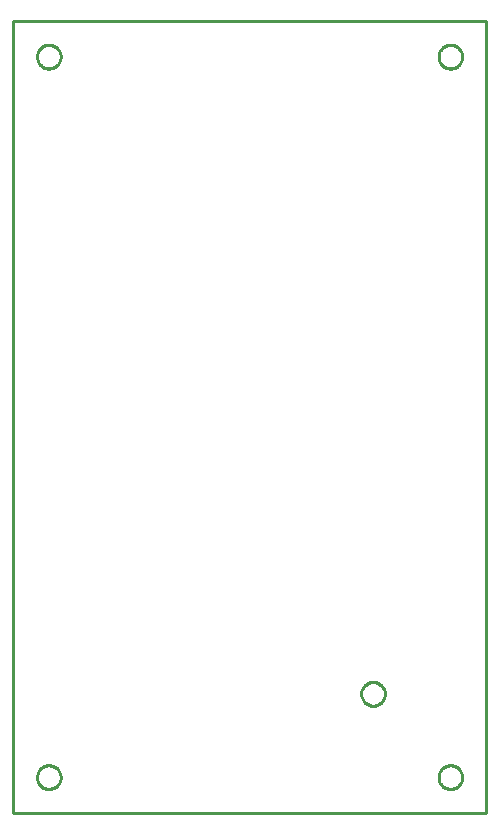
<source format=gbr>
G04 EAGLE Gerber RS-274X export*
G75*
%MOMM*%
%FSLAX34Y34*%
%LPD*%
%IN*%
%IPPOS*%
%AMOC8*
5,1,8,0,0,1.08239X$1,22.5*%
G01*
%ADD10C,0.254000*%


D10*
X0Y0D02*
X400000Y0D01*
X400000Y670000D01*
X0Y670000D01*
X0Y0D01*
X380000Y639563D02*
X379924Y638694D01*
X379772Y637834D01*
X379546Y636990D01*
X379248Y636170D01*
X378879Y635378D01*
X378442Y634622D01*
X377941Y633907D01*
X377380Y633238D01*
X376762Y632620D01*
X376093Y632059D01*
X375378Y631558D01*
X374622Y631121D01*
X373830Y630752D01*
X373010Y630454D01*
X372166Y630228D01*
X371307Y630076D01*
X370437Y630000D01*
X369563Y630000D01*
X368694Y630076D01*
X367834Y630228D01*
X366990Y630454D01*
X366170Y630752D01*
X365378Y631121D01*
X364622Y631558D01*
X363907Y632059D01*
X363238Y632620D01*
X362620Y633238D01*
X362059Y633907D01*
X361558Y634622D01*
X361121Y635378D01*
X360752Y636170D01*
X360454Y636990D01*
X360228Y637834D01*
X360076Y638694D01*
X360000Y639563D01*
X360000Y640437D01*
X360076Y641307D01*
X360228Y642166D01*
X360454Y643010D01*
X360752Y643830D01*
X361121Y644622D01*
X361558Y645378D01*
X362059Y646093D01*
X362620Y646762D01*
X363238Y647380D01*
X363907Y647941D01*
X364622Y648442D01*
X365378Y648879D01*
X366170Y649248D01*
X366990Y649546D01*
X367834Y649772D01*
X368694Y649924D01*
X369563Y650000D01*
X370437Y650000D01*
X371307Y649924D01*
X372166Y649772D01*
X373010Y649546D01*
X373830Y649248D01*
X374622Y648879D01*
X375378Y648442D01*
X376093Y647941D01*
X376762Y647380D01*
X377380Y646762D01*
X377941Y646093D01*
X378442Y645378D01*
X378879Y644622D01*
X379248Y643830D01*
X379546Y643010D01*
X379772Y642166D01*
X379924Y641307D01*
X380000Y640437D01*
X380000Y639563D01*
X40000Y639563D02*
X39924Y638694D01*
X39772Y637834D01*
X39546Y636990D01*
X39248Y636170D01*
X38879Y635378D01*
X38442Y634622D01*
X37941Y633907D01*
X37380Y633238D01*
X36762Y632620D01*
X36093Y632059D01*
X35378Y631558D01*
X34622Y631121D01*
X33830Y630752D01*
X33010Y630454D01*
X32166Y630228D01*
X31307Y630076D01*
X30437Y630000D01*
X29563Y630000D01*
X28694Y630076D01*
X27834Y630228D01*
X26990Y630454D01*
X26170Y630752D01*
X25378Y631121D01*
X24622Y631558D01*
X23907Y632059D01*
X23238Y632620D01*
X22620Y633238D01*
X22059Y633907D01*
X21558Y634622D01*
X21121Y635378D01*
X20752Y636170D01*
X20454Y636990D01*
X20228Y637834D01*
X20076Y638694D01*
X20000Y639563D01*
X20000Y640437D01*
X20076Y641307D01*
X20228Y642166D01*
X20454Y643010D01*
X20752Y643830D01*
X21121Y644622D01*
X21558Y645378D01*
X22059Y646093D01*
X22620Y646762D01*
X23238Y647380D01*
X23907Y647941D01*
X24622Y648442D01*
X25378Y648879D01*
X26170Y649248D01*
X26990Y649546D01*
X27834Y649772D01*
X28694Y649924D01*
X29563Y650000D01*
X30437Y650000D01*
X31307Y649924D01*
X32166Y649772D01*
X33010Y649546D01*
X33830Y649248D01*
X34622Y648879D01*
X35378Y648442D01*
X36093Y647941D01*
X36762Y647380D01*
X37380Y646762D01*
X37941Y646093D01*
X38442Y645378D01*
X38879Y644622D01*
X39248Y643830D01*
X39546Y643010D01*
X39772Y642166D01*
X39924Y641307D01*
X40000Y640437D01*
X40000Y639563D01*
X40000Y29563D02*
X39924Y28694D01*
X39772Y27834D01*
X39546Y26990D01*
X39248Y26170D01*
X38879Y25378D01*
X38442Y24622D01*
X37941Y23907D01*
X37380Y23238D01*
X36762Y22620D01*
X36093Y22059D01*
X35378Y21558D01*
X34622Y21121D01*
X33830Y20752D01*
X33010Y20454D01*
X32166Y20228D01*
X31307Y20076D01*
X30437Y20000D01*
X29563Y20000D01*
X28694Y20076D01*
X27834Y20228D01*
X26990Y20454D01*
X26170Y20752D01*
X25378Y21121D01*
X24622Y21558D01*
X23907Y22059D01*
X23238Y22620D01*
X22620Y23238D01*
X22059Y23907D01*
X21558Y24622D01*
X21121Y25378D01*
X20752Y26170D01*
X20454Y26990D01*
X20228Y27834D01*
X20076Y28694D01*
X20000Y29563D01*
X20000Y30437D01*
X20076Y31307D01*
X20228Y32166D01*
X20454Y33010D01*
X20752Y33830D01*
X21121Y34622D01*
X21558Y35378D01*
X22059Y36093D01*
X22620Y36762D01*
X23238Y37380D01*
X23907Y37941D01*
X24622Y38442D01*
X25378Y38879D01*
X26170Y39248D01*
X26990Y39546D01*
X27834Y39772D01*
X28694Y39924D01*
X29563Y40000D01*
X30437Y40000D01*
X31307Y39924D01*
X32166Y39772D01*
X33010Y39546D01*
X33830Y39248D01*
X34622Y38879D01*
X35378Y38442D01*
X36093Y37941D01*
X36762Y37380D01*
X37380Y36762D01*
X37941Y36093D01*
X38442Y35378D01*
X38879Y34622D01*
X39248Y33830D01*
X39546Y33010D01*
X39772Y32166D01*
X39924Y31307D01*
X40000Y30437D01*
X40000Y29563D01*
X380000Y29563D02*
X379924Y28694D01*
X379772Y27834D01*
X379546Y26990D01*
X379248Y26170D01*
X378879Y25378D01*
X378442Y24622D01*
X377941Y23907D01*
X377380Y23238D01*
X376762Y22620D01*
X376093Y22059D01*
X375378Y21558D01*
X374622Y21121D01*
X373830Y20752D01*
X373010Y20454D01*
X372166Y20228D01*
X371307Y20076D01*
X370437Y20000D01*
X369563Y20000D01*
X368694Y20076D01*
X367834Y20228D01*
X366990Y20454D01*
X366170Y20752D01*
X365378Y21121D01*
X364622Y21558D01*
X363907Y22059D01*
X363238Y22620D01*
X362620Y23238D01*
X362059Y23907D01*
X361558Y24622D01*
X361121Y25378D01*
X360752Y26170D01*
X360454Y26990D01*
X360228Y27834D01*
X360076Y28694D01*
X360000Y29563D01*
X360000Y30437D01*
X360076Y31307D01*
X360228Y32166D01*
X360454Y33010D01*
X360752Y33830D01*
X361121Y34622D01*
X361558Y35378D01*
X362059Y36093D01*
X362620Y36762D01*
X363238Y37380D01*
X363907Y37941D01*
X364622Y38442D01*
X365378Y38879D01*
X366170Y39248D01*
X366990Y39546D01*
X367834Y39772D01*
X368694Y39924D01*
X369563Y40000D01*
X370437Y40000D01*
X371307Y39924D01*
X372166Y39772D01*
X373010Y39546D01*
X373830Y39248D01*
X374622Y38879D01*
X375378Y38442D01*
X376093Y37941D01*
X376762Y37380D01*
X377380Y36762D01*
X377941Y36093D01*
X378442Y35378D01*
X378879Y34622D01*
X379248Y33830D01*
X379546Y33010D01*
X379772Y32166D01*
X379924Y31307D01*
X380000Y30437D01*
X380000Y29563D01*
X304063Y110500D02*
X303194Y110424D01*
X302334Y110272D01*
X301490Y110046D01*
X300670Y109748D01*
X299878Y109379D01*
X299122Y108942D01*
X298407Y108441D01*
X297738Y107880D01*
X297120Y107262D01*
X296559Y106593D01*
X296058Y105878D01*
X295621Y105122D01*
X295252Y104330D01*
X294954Y103510D01*
X294728Y102666D01*
X294576Y101807D01*
X294500Y100937D01*
X294500Y100063D01*
X294576Y99194D01*
X294728Y98334D01*
X294954Y97490D01*
X295252Y96670D01*
X295621Y95878D01*
X296058Y95122D01*
X296559Y94407D01*
X297120Y93738D01*
X297738Y93120D01*
X298407Y92559D01*
X299122Y92058D01*
X299878Y91621D01*
X300670Y91252D01*
X301490Y90954D01*
X302334Y90728D01*
X303194Y90576D01*
X304063Y90500D01*
X304937Y90500D01*
X305807Y90576D01*
X306666Y90728D01*
X307510Y90954D01*
X308330Y91252D01*
X309122Y91621D01*
X309878Y92058D01*
X310593Y92559D01*
X311262Y93120D01*
X311880Y93738D01*
X312441Y94407D01*
X312942Y95122D01*
X313379Y95878D01*
X313748Y96670D01*
X314046Y97490D01*
X314272Y98334D01*
X314424Y99194D01*
X314500Y100063D01*
X314500Y100937D01*
X314424Y101807D01*
X314272Y102666D01*
X314046Y103510D01*
X313748Y104330D01*
X313379Y105122D01*
X312942Y105878D01*
X312441Y106593D01*
X311880Y107262D01*
X311262Y107880D01*
X310593Y108441D01*
X309878Y108942D01*
X309122Y109379D01*
X308330Y109748D01*
X307510Y110046D01*
X306666Y110272D01*
X305807Y110424D01*
X304937Y110500D01*
X304063Y110500D01*
M02*

</source>
